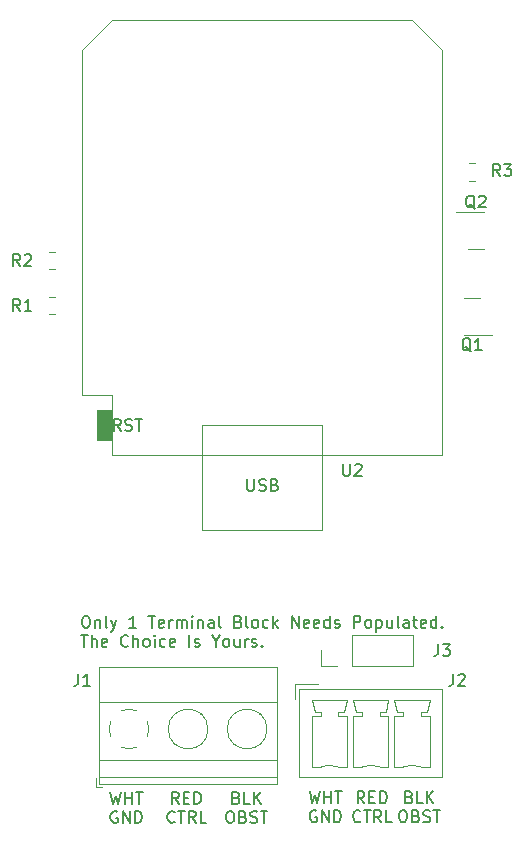
<source format=gto>
%TF.GenerationSoftware,KiCad,Pcbnew,7.0.7*%
%TF.CreationDate,2023-10-31T06:09:52-06:00*%
%TF.ProjectId,RatGDO-OpenSource-D1Mini-ESP32,52617447-444f-42d4-9f70-656e536f7572,rev?*%
%TF.SameCoordinates,Original*%
%TF.FileFunction,Legend,Top*%
%TF.FilePolarity,Positive*%
%FSLAX46Y46*%
G04 Gerber Fmt 4.6, Leading zero omitted, Abs format (unit mm)*
G04 Created by KiCad (PCBNEW 7.0.7) date 2023-10-31 06:09:52*
%MOMM*%
%LPD*%
G01*
G04 APERTURE LIST*
%ADD10C,0.150000*%
%ADD11C,0.120000*%
%ADD12C,0.100000*%
G04 APERTURE END LIST*
D10*
X153432253Y-124165210D02*
X153575110Y-124212829D01*
X153575110Y-124212829D02*
X153622729Y-124260448D01*
X153622729Y-124260448D02*
X153670348Y-124355686D01*
X153670348Y-124355686D02*
X153670348Y-124498543D01*
X153670348Y-124498543D02*
X153622729Y-124593781D01*
X153622729Y-124593781D02*
X153575110Y-124641401D01*
X153575110Y-124641401D02*
X153479872Y-124689020D01*
X153479872Y-124689020D02*
X153098920Y-124689020D01*
X153098920Y-124689020D02*
X153098920Y-123689020D01*
X153098920Y-123689020D02*
X153432253Y-123689020D01*
X153432253Y-123689020D02*
X153527491Y-123736639D01*
X153527491Y-123736639D02*
X153575110Y-123784258D01*
X153575110Y-123784258D02*
X153622729Y-123879496D01*
X153622729Y-123879496D02*
X153622729Y-123974734D01*
X153622729Y-123974734D02*
X153575110Y-124069972D01*
X153575110Y-124069972D02*
X153527491Y-124117591D01*
X153527491Y-124117591D02*
X153432253Y-124165210D01*
X153432253Y-124165210D02*
X153098920Y-124165210D01*
X154575110Y-124689020D02*
X154098920Y-124689020D01*
X154098920Y-124689020D02*
X154098920Y-123689020D01*
X154908444Y-124689020D02*
X154908444Y-123689020D01*
X155479872Y-124689020D02*
X155051301Y-124117591D01*
X155479872Y-123689020D02*
X154908444Y-124260448D01*
X152813206Y-125299020D02*
X153003682Y-125299020D01*
X153003682Y-125299020D02*
X153098920Y-125346639D01*
X153098920Y-125346639D02*
X153194158Y-125441877D01*
X153194158Y-125441877D02*
X153241777Y-125632353D01*
X153241777Y-125632353D02*
X153241777Y-125965686D01*
X153241777Y-125965686D02*
X153194158Y-126156162D01*
X153194158Y-126156162D02*
X153098920Y-126251401D01*
X153098920Y-126251401D02*
X153003682Y-126299020D01*
X153003682Y-126299020D02*
X152813206Y-126299020D01*
X152813206Y-126299020D02*
X152717968Y-126251401D01*
X152717968Y-126251401D02*
X152622730Y-126156162D01*
X152622730Y-126156162D02*
X152575111Y-125965686D01*
X152575111Y-125965686D02*
X152575111Y-125632353D01*
X152575111Y-125632353D02*
X152622730Y-125441877D01*
X152622730Y-125441877D02*
X152717968Y-125346639D01*
X152717968Y-125346639D02*
X152813206Y-125299020D01*
X154003682Y-125775210D02*
X154146539Y-125822829D01*
X154146539Y-125822829D02*
X154194158Y-125870448D01*
X154194158Y-125870448D02*
X154241777Y-125965686D01*
X154241777Y-125965686D02*
X154241777Y-126108543D01*
X154241777Y-126108543D02*
X154194158Y-126203781D01*
X154194158Y-126203781D02*
X154146539Y-126251401D01*
X154146539Y-126251401D02*
X154051301Y-126299020D01*
X154051301Y-126299020D02*
X153670349Y-126299020D01*
X153670349Y-126299020D02*
X153670349Y-125299020D01*
X153670349Y-125299020D02*
X154003682Y-125299020D01*
X154003682Y-125299020D02*
X154098920Y-125346639D01*
X154098920Y-125346639D02*
X154146539Y-125394258D01*
X154146539Y-125394258D02*
X154194158Y-125489496D01*
X154194158Y-125489496D02*
X154194158Y-125584734D01*
X154194158Y-125584734D02*
X154146539Y-125679972D01*
X154146539Y-125679972D02*
X154098920Y-125727591D01*
X154098920Y-125727591D02*
X154003682Y-125775210D01*
X154003682Y-125775210D02*
X153670349Y-125775210D01*
X154622730Y-126251401D02*
X154765587Y-126299020D01*
X154765587Y-126299020D02*
X155003682Y-126299020D01*
X155003682Y-126299020D02*
X155098920Y-126251401D01*
X155098920Y-126251401D02*
X155146539Y-126203781D01*
X155146539Y-126203781D02*
X155194158Y-126108543D01*
X155194158Y-126108543D02*
X155194158Y-126013305D01*
X155194158Y-126013305D02*
X155146539Y-125918067D01*
X155146539Y-125918067D02*
X155098920Y-125870448D01*
X155098920Y-125870448D02*
X155003682Y-125822829D01*
X155003682Y-125822829D02*
X154813206Y-125775210D01*
X154813206Y-125775210D02*
X154717968Y-125727591D01*
X154717968Y-125727591D02*
X154670349Y-125679972D01*
X154670349Y-125679972D02*
X154622730Y-125584734D01*
X154622730Y-125584734D02*
X154622730Y-125489496D01*
X154622730Y-125489496D02*
X154670349Y-125394258D01*
X154670349Y-125394258D02*
X154717968Y-125346639D01*
X154717968Y-125346639D02*
X154813206Y-125299020D01*
X154813206Y-125299020D02*
X155051301Y-125299020D01*
X155051301Y-125299020D02*
X155194158Y-125346639D01*
X155479873Y-125299020D02*
X156051301Y-125299020D01*
X155765587Y-126299020D02*
X155765587Y-125299020D01*
X133903245Y-124759655D02*
X133569912Y-124283464D01*
X133331817Y-124759655D02*
X133331817Y-123759655D01*
X133331817Y-123759655D02*
X133712769Y-123759655D01*
X133712769Y-123759655D02*
X133808007Y-123807274D01*
X133808007Y-123807274D02*
X133855626Y-123854893D01*
X133855626Y-123854893D02*
X133903245Y-123950131D01*
X133903245Y-123950131D02*
X133903245Y-124092988D01*
X133903245Y-124092988D02*
X133855626Y-124188226D01*
X133855626Y-124188226D02*
X133808007Y-124235845D01*
X133808007Y-124235845D02*
X133712769Y-124283464D01*
X133712769Y-124283464D02*
X133331817Y-124283464D01*
X134331817Y-124235845D02*
X134665150Y-124235845D01*
X134808007Y-124759655D02*
X134331817Y-124759655D01*
X134331817Y-124759655D02*
X134331817Y-123759655D01*
X134331817Y-123759655D02*
X134808007Y-123759655D01*
X135236579Y-124759655D02*
X135236579Y-123759655D01*
X135236579Y-123759655D02*
X135474674Y-123759655D01*
X135474674Y-123759655D02*
X135617531Y-123807274D01*
X135617531Y-123807274D02*
X135712769Y-123902512D01*
X135712769Y-123902512D02*
X135760388Y-123997750D01*
X135760388Y-123997750D02*
X135808007Y-124188226D01*
X135808007Y-124188226D02*
X135808007Y-124331083D01*
X135808007Y-124331083D02*
X135760388Y-124521559D01*
X135760388Y-124521559D02*
X135712769Y-124616797D01*
X135712769Y-124616797D02*
X135617531Y-124712036D01*
X135617531Y-124712036D02*
X135474674Y-124759655D01*
X135474674Y-124759655D02*
X135236579Y-124759655D01*
X133569912Y-126274416D02*
X133522293Y-126322036D01*
X133522293Y-126322036D02*
X133379436Y-126369655D01*
X133379436Y-126369655D02*
X133284198Y-126369655D01*
X133284198Y-126369655D02*
X133141341Y-126322036D01*
X133141341Y-126322036D02*
X133046103Y-126226797D01*
X133046103Y-126226797D02*
X132998484Y-126131559D01*
X132998484Y-126131559D02*
X132950865Y-125941083D01*
X132950865Y-125941083D02*
X132950865Y-125798226D01*
X132950865Y-125798226D02*
X132998484Y-125607750D01*
X132998484Y-125607750D02*
X133046103Y-125512512D01*
X133046103Y-125512512D02*
X133141341Y-125417274D01*
X133141341Y-125417274D02*
X133284198Y-125369655D01*
X133284198Y-125369655D02*
X133379436Y-125369655D01*
X133379436Y-125369655D02*
X133522293Y-125417274D01*
X133522293Y-125417274D02*
X133569912Y-125464893D01*
X133855627Y-125369655D02*
X134427055Y-125369655D01*
X134141341Y-126369655D02*
X134141341Y-125369655D01*
X135331817Y-126369655D02*
X134998484Y-125893464D01*
X134760389Y-126369655D02*
X134760389Y-125369655D01*
X134760389Y-125369655D02*
X135141341Y-125369655D01*
X135141341Y-125369655D02*
X135236579Y-125417274D01*
X135236579Y-125417274D02*
X135284198Y-125464893D01*
X135284198Y-125464893D02*
X135331817Y-125560131D01*
X135331817Y-125560131D02*
X135331817Y-125702988D01*
X135331817Y-125702988D02*
X135284198Y-125798226D01*
X135284198Y-125798226D02*
X135236579Y-125845845D01*
X135236579Y-125845845D02*
X135141341Y-125893464D01*
X135141341Y-125893464D02*
X134760389Y-125893464D01*
X136236579Y-126369655D02*
X135760389Y-126369655D01*
X135760389Y-126369655D02*
X135760389Y-125369655D01*
X149624538Y-124689020D02*
X149291205Y-124212829D01*
X149053110Y-124689020D02*
X149053110Y-123689020D01*
X149053110Y-123689020D02*
X149434062Y-123689020D01*
X149434062Y-123689020D02*
X149529300Y-123736639D01*
X149529300Y-123736639D02*
X149576919Y-123784258D01*
X149576919Y-123784258D02*
X149624538Y-123879496D01*
X149624538Y-123879496D02*
X149624538Y-124022353D01*
X149624538Y-124022353D02*
X149576919Y-124117591D01*
X149576919Y-124117591D02*
X149529300Y-124165210D01*
X149529300Y-124165210D02*
X149434062Y-124212829D01*
X149434062Y-124212829D02*
X149053110Y-124212829D01*
X150053110Y-124165210D02*
X150386443Y-124165210D01*
X150529300Y-124689020D02*
X150053110Y-124689020D01*
X150053110Y-124689020D02*
X150053110Y-123689020D01*
X150053110Y-123689020D02*
X150529300Y-123689020D01*
X150957872Y-124689020D02*
X150957872Y-123689020D01*
X150957872Y-123689020D02*
X151195967Y-123689020D01*
X151195967Y-123689020D02*
X151338824Y-123736639D01*
X151338824Y-123736639D02*
X151434062Y-123831877D01*
X151434062Y-123831877D02*
X151481681Y-123927115D01*
X151481681Y-123927115D02*
X151529300Y-124117591D01*
X151529300Y-124117591D02*
X151529300Y-124260448D01*
X151529300Y-124260448D02*
X151481681Y-124450924D01*
X151481681Y-124450924D02*
X151434062Y-124546162D01*
X151434062Y-124546162D02*
X151338824Y-124641401D01*
X151338824Y-124641401D02*
X151195967Y-124689020D01*
X151195967Y-124689020D02*
X150957872Y-124689020D01*
X149291205Y-126203781D02*
X149243586Y-126251401D01*
X149243586Y-126251401D02*
X149100729Y-126299020D01*
X149100729Y-126299020D02*
X149005491Y-126299020D01*
X149005491Y-126299020D02*
X148862634Y-126251401D01*
X148862634Y-126251401D02*
X148767396Y-126156162D01*
X148767396Y-126156162D02*
X148719777Y-126060924D01*
X148719777Y-126060924D02*
X148672158Y-125870448D01*
X148672158Y-125870448D02*
X148672158Y-125727591D01*
X148672158Y-125727591D02*
X148719777Y-125537115D01*
X148719777Y-125537115D02*
X148767396Y-125441877D01*
X148767396Y-125441877D02*
X148862634Y-125346639D01*
X148862634Y-125346639D02*
X149005491Y-125299020D01*
X149005491Y-125299020D02*
X149100729Y-125299020D01*
X149100729Y-125299020D02*
X149243586Y-125346639D01*
X149243586Y-125346639D02*
X149291205Y-125394258D01*
X149576920Y-125299020D02*
X150148348Y-125299020D01*
X149862634Y-126299020D02*
X149862634Y-125299020D01*
X151053110Y-126299020D02*
X150719777Y-125822829D01*
X150481682Y-126299020D02*
X150481682Y-125299020D01*
X150481682Y-125299020D02*
X150862634Y-125299020D01*
X150862634Y-125299020D02*
X150957872Y-125346639D01*
X150957872Y-125346639D02*
X151005491Y-125394258D01*
X151005491Y-125394258D02*
X151053110Y-125489496D01*
X151053110Y-125489496D02*
X151053110Y-125632353D01*
X151053110Y-125632353D02*
X151005491Y-125727591D01*
X151005491Y-125727591D02*
X150957872Y-125775210D01*
X150957872Y-125775210D02*
X150862634Y-125822829D01*
X150862634Y-125822829D02*
X150481682Y-125822829D01*
X151957872Y-126299020D02*
X151481682Y-126299020D01*
X151481682Y-126299020D02*
X151481682Y-125299020D01*
X128132770Y-123759655D02*
X128370865Y-124759655D01*
X128370865Y-124759655D02*
X128561341Y-124045369D01*
X128561341Y-124045369D02*
X128751817Y-124759655D01*
X128751817Y-124759655D02*
X128989913Y-123759655D01*
X129370865Y-124759655D02*
X129370865Y-123759655D01*
X129370865Y-124235845D02*
X129942293Y-124235845D01*
X129942293Y-124759655D02*
X129942293Y-123759655D01*
X130275627Y-123759655D02*
X130847055Y-123759655D01*
X130561341Y-124759655D02*
X130561341Y-123759655D01*
X128704198Y-125417274D02*
X128608960Y-125369655D01*
X128608960Y-125369655D02*
X128466103Y-125369655D01*
X128466103Y-125369655D02*
X128323246Y-125417274D01*
X128323246Y-125417274D02*
X128228008Y-125512512D01*
X128228008Y-125512512D02*
X128180389Y-125607750D01*
X128180389Y-125607750D02*
X128132770Y-125798226D01*
X128132770Y-125798226D02*
X128132770Y-125941083D01*
X128132770Y-125941083D02*
X128180389Y-126131559D01*
X128180389Y-126131559D02*
X128228008Y-126226797D01*
X128228008Y-126226797D02*
X128323246Y-126322036D01*
X128323246Y-126322036D02*
X128466103Y-126369655D01*
X128466103Y-126369655D02*
X128561341Y-126369655D01*
X128561341Y-126369655D02*
X128704198Y-126322036D01*
X128704198Y-126322036D02*
X128751817Y-126274416D01*
X128751817Y-126274416D02*
X128751817Y-125941083D01*
X128751817Y-125941083D02*
X128561341Y-125941083D01*
X129180389Y-126369655D02*
X129180389Y-125369655D01*
X129180389Y-125369655D02*
X129751817Y-126369655D01*
X129751817Y-126369655D02*
X129751817Y-125369655D01*
X130228008Y-126369655D02*
X130228008Y-125369655D01*
X130228008Y-125369655D02*
X130466103Y-125369655D01*
X130466103Y-125369655D02*
X130608960Y-125417274D01*
X130608960Y-125417274D02*
X130704198Y-125512512D01*
X130704198Y-125512512D02*
X130751817Y-125607750D01*
X130751817Y-125607750D02*
X130799436Y-125798226D01*
X130799436Y-125798226D02*
X130799436Y-125941083D01*
X130799436Y-125941083D02*
X130751817Y-126131559D01*
X130751817Y-126131559D02*
X130704198Y-126226797D01*
X130704198Y-126226797D02*
X130608960Y-126322036D01*
X130608960Y-126322036D02*
X130466103Y-126369655D01*
X130466103Y-126369655D02*
X130228008Y-126369655D01*
X125965124Y-108837979D02*
X126155600Y-108837979D01*
X126155600Y-108837979D02*
X126250838Y-108885598D01*
X126250838Y-108885598D02*
X126346076Y-108980836D01*
X126346076Y-108980836D02*
X126393695Y-109171312D01*
X126393695Y-109171312D02*
X126393695Y-109504645D01*
X126393695Y-109504645D02*
X126346076Y-109695121D01*
X126346076Y-109695121D02*
X126250838Y-109790360D01*
X126250838Y-109790360D02*
X126155600Y-109837979D01*
X126155600Y-109837979D02*
X125965124Y-109837979D01*
X125965124Y-109837979D02*
X125869886Y-109790360D01*
X125869886Y-109790360D02*
X125774648Y-109695121D01*
X125774648Y-109695121D02*
X125727029Y-109504645D01*
X125727029Y-109504645D02*
X125727029Y-109171312D01*
X125727029Y-109171312D02*
X125774648Y-108980836D01*
X125774648Y-108980836D02*
X125869886Y-108885598D01*
X125869886Y-108885598D02*
X125965124Y-108837979D01*
X126822267Y-109171312D02*
X126822267Y-109837979D01*
X126822267Y-109266550D02*
X126869886Y-109218931D01*
X126869886Y-109218931D02*
X126965124Y-109171312D01*
X126965124Y-109171312D02*
X127107981Y-109171312D01*
X127107981Y-109171312D02*
X127203219Y-109218931D01*
X127203219Y-109218931D02*
X127250838Y-109314169D01*
X127250838Y-109314169D02*
X127250838Y-109837979D01*
X127869886Y-109837979D02*
X127774648Y-109790360D01*
X127774648Y-109790360D02*
X127727029Y-109695121D01*
X127727029Y-109695121D02*
X127727029Y-108837979D01*
X128155601Y-109171312D02*
X128393696Y-109837979D01*
X128631791Y-109171312D02*
X128393696Y-109837979D01*
X128393696Y-109837979D02*
X128298458Y-110076074D01*
X128298458Y-110076074D02*
X128250839Y-110123693D01*
X128250839Y-110123693D02*
X128155601Y-110171312D01*
X130298458Y-109837979D02*
X129727030Y-109837979D01*
X130012744Y-109837979D02*
X130012744Y-108837979D01*
X130012744Y-108837979D02*
X129917506Y-108980836D01*
X129917506Y-108980836D02*
X129822268Y-109076074D01*
X129822268Y-109076074D02*
X129727030Y-109123693D01*
X131346078Y-108837979D02*
X131917506Y-108837979D01*
X131631792Y-109837979D02*
X131631792Y-108837979D01*
X132631792Y-109790360D02*
X132536554Y-109837979D01*
X132536554Y-109837979D02*
X132346078Y-109837979D01*
X132346078Y-109837979D02*
X132250840Y-109790360D01*
X132250840Y-109790360D02*
X132203221Y-109695121D01*
X132203221Y-109695121D02*
X132203221Y-109314169D01*
X132203221Y-109314169D02*
X132250840Y-109218931D01*
X132250840Y-109218931D02*
X132346078Y-109171312D01*
X132346078Y-109171312D02*
X132536554Y-109171312D01*
X132536554Y-109171312D02*
X132631792Y-109218931D01*
X132631792Y-109218931D02*
X132679411Y-109314169D01*
X132679411Y-109314169D02*
X132679411Y-109409407D01*
X132679411Y-109409407D02*
X132203221Y-109504645D01*
X133107983Y-109837979D02*
X133107983Y-109171312D01*
X133107983Y-109361788D02*
X133155602Y-109266550D01*
X133155602Y-109266550D02*
X133203221Y-109218931D01*
X133203221Y-109218931D02*
X133298459Y-109171312D01*
X133298459Y-109171312D02*
X133393697Y-109171312D01*
X133727031Y-109837979D02*
X133727031Y-109171312D01*
X133727031Y-109266550D02*
X133774650Y-109218931D01*
X133774650Y-109218931D02*
X133869888Y-109171312D01*
X133869888Y-109171312D02*
X134012745Y-109171312D01*
X134012745Y-109171312D02*
X134107983Y-109218931D01*
X134107983Y-109218931D02*
X134155602Y-109314169D01*
X134155602Y-109314169D02*
X134155602Y-109837979D01*
X134155602Y-109314169D02*
X134203221Y-109218931D01*
X134203221Y-109218931D02*
X134298459Y-109171312D01*
X134298459Y-109171312D02*
X134441316Y-109171312D01*
X134441316Y-109171312D02*
X134536555Y-109218931D01*
X134536555Y-109218931D02*
X134584174Y-109314169D01*
X134584174Y-109314169D02*
X134584174Y-109837979D01*
X135060364Y-109837979D02*
X135060364Y-109171312D01*
X135060364Y-108837979D02*
X135012745Y-108885598D01*
X135012745Y-108885598D02*
X135060364Y-108933217D01*
X135060364Y-108933217D02*
X135107983Y-108885598D01*
X135107983Y-108885598D02*
X135060364Y-108837979D01*
X135060364Y-108837979D02*
X135060364Y-108933217D01*
X135536554Y-109171312D02*
X135536554Y-109837979D01*
X135536554Y-109266550D02*
X135584173Y-109218931D01*
X135584173Y-109218931D02*
X135679411Y-109171312D01*
X135679411Y-109171312D02*
X135822268Y-109171312D01*
X135822268Y-109171312D02*
X135917506Y-109218931D01*
X135917506Y-109218931D02*
X135965125Y-109314169D01*
X135965125Y-109314169D02*
X135965125Y-109837979D01*
X136869887Y-109837979D02*
X136869887Y-109314169D01*
X136869887Y-109314169D02*
X136822268Y-109218931D01*
X136822268Y-109218931D02*
X136727030Y-109171312D01*
X136727030Y-109171312D02*
X136536554Y-109171312D01*
X136536554Y-109171312D02*
X136441316Y-109218931D01*
X136869887Y-109790360D02*
X136774649Y-109837979D01*
X136774649Y-109837979D02*
X136536554Y-109837979D01*
X136536554Y-109837979D02*
X136441316Y-109790360D01*
X136441316Y-109790360D02*
X136393697Y-109695121D01*
X136393697Y-109695121D02*
X136393697Y-109599883D01*
X136393697Y-109599883D02*
X136441316Y-109504645D01*
X136441316Y-109504645D02*
X136536554Y-109457026D01*
X136536554Y-109457026D02*
X136774649Y-109457026D01*
X136774649Y-109457026D02*
X136869887Y-109409407D01*
X137488935Y-109837979D02*
X137393697Y-109790360D01*
X137393697Y-109790360D02*
X137346078Y-109695121D01*
X137346078Y-109695121D02*
X137346078Y-108837979D01*
X138965126Y-109314169D02*
X139107983Y-109361788D01*
X139107983Y-109361788D02*
X139155602Y-109409407D01*
X139155602Y-109409407D02*
X139203221Y-109504645D01*
X139203221Y-109504645D02*
X139203221Y-109647502D01*
X139203221Y-109647502D02*
X139155602Y-109742740D01*
X139155602Y-109742740D02*
X139107983Y-109790360D01*
X139107983Y-109790360D02*
X139012745Y-109837979D01*
X139012745Y-109837979D02*
X138631793Y-109837979D01*
X138631793Y-109837979D02*
X138631793Y-108837979D01*
X138631793Y-108837979D02*
X138965126Y-108837979D01*
X138965126Y-108837979D02*
X139060364Y-108885598D01*
X139060364Y-108885598D02*
X139107983Y-108933217D01*
X139107983Y-108933217D02*
X139155602Y-109028455D01*
X139155602Y-109028455D02*
X139155602Y-109123693D01*
X139155602Y-109123693D02*
X139107983Y-109218931D01*
X139107983Y-109218931D02*
X139060364Y-109266550D01*
X139060364Y-109266550D02*
X138965126Y-109314169D01*
X138965126Y-109314169D02*
X138631793Y-109314169D01*
X139774650Y-109837979D02*
X139679412Y-109790360D01*
X139679412Y-109790360D02*
X139631793Y-109695121D01*
X139631793Y-109695121D02*
X139631793Y-108837979D01*
X140298460Y-109837979D02*
X140203222Y-109790360D01*
X140203222Y-109790360D02*
X140155603Y-109742740D01*
X140155603Y-109742740D02*
X140107984Y-109647502D01*
X140107984Y-109647502D02*
X140107984Y-109361788D01*
X140107984Y-109361788D02*
X140155603Y-109266550D01*
X140155603Y-109266550D02*
X140203222Y-109218931D01*
X140203222Y-109218931D02*
X140298460Y-109171312D01*
X140298460Y-109171312D02*
X140441317Y-109171312D01*
X140441317Y-109171312D02*
X140536555Y-109218931D01*
X140536555Y-109218931D02*
X140584174Y-109266550D01*
X140584174Y-109266550D02*
X140631793Y-109361788D01*
X140631793Y-109361788D02*
X140631793Y-109647502D01*
X140631793Y-109647502D02*
X140584174Y-109742740D01*
X140584174Y-109742740D02*
X140536555Y-109790360D01*
X140536555Y-109790360D02*
X140441317Y-109837979D01*
X140441317Y-109837979D02*
X140298460Y-109837979D01*
X141488936Y-109790360D02*
X141393698Y-109837979D01*
X141393698Y-109837979D02*
X141203222Y-109837979D01*
X141203222Y-109837979D02*
X141107984Y-109790360D01*
X141107984Y-109790360D02*
X141060365Y-109742740D01*
X141060365Y-109742740D02*
X141012746Y-109647502D01*
X141012746Y-109647502D02*
X141012746Y-109361788D01*
X141012746Y-109361788D02*
X141060365Y-109266550D01*
X141060365Y-109266550D02*
X141107984Y-109218931D01*
X141107984Y-109218931D02*
X141203222Y-109171312D01*
X141203222Y-109171312D02*
X141393698Y-109171312D01*
X141393698Y-109171312D02*
X141488936Y-109218931D01*
X141917508Y-109837979D02*
X141917508Y-108837979D01*
X142012746Y-109457026D02*
X142298460Y-109837979D01*
X142298460Y-109171312D02*
X141917508Y-109552264D01*
X143488937Y-109837979D02*
X143488937Y-108837979D01*
X143488937Y-108837979D02*
X144060365Y-109837979D01*
X144060365Y-109837979D02*
X144060365Y-108837979D01*
X144917508Y-109790360D02*
X144822270Y-109837979D01*
X144822270Y-109837979D02*
X144631794Y-109837979D01*
X144631794Y-109837979D02*
X144536556Y-109790360D01*
X144536556Y-109790360D02*
X144488937Y-109695121D01*
X144488937Y-109695121D02*
X144488937Y-109314169D01*
X144488937Y-109314169D02*
X144536556Y-109218931D01*
X144536556Y-109218931D02*
X144631794Y-109171312D01*
X144631794Y-109171312D02*
X144822270Y-109171312D01*
X144822270Y-109171312D02*
X144917508Y-109218931D01*
X144917508Y-109218931D02*
X144965127Y-109314169D01*
X144965127Y-109314169D02*
X144965127Y-109409407D01*
X144965127Y-109409407D02*
X144488937Y-109504645D01*
X145774651Y-109790360D02*
X145679413Y-109837979D01*
X145679413Y-109837979D02*
X145488937Y-109837979D01*
X145488937Y-109837979D02*
X145393699Y-109790360D01*
X145393699Y-109790360D02*
X145346080Y-109695121D01*
X145346080Y-109695121D02*
X145346080Y-109314169D01*
X145346080Y-109314169D02*
X145393699Y-109218931D01*
X145393699Y-109218931D02*
X145488937Y-109171312D01*
X145488937Y-109171312D02*
X145679413Y-109171312D01*
X145679413Y-109171312D02*
X145774651Y-109218931D01*
X145774651Y-109218931D02*
X145822270Y-109314169D01*
X145822270Y-109314169D02*
X145822270Y-109409407D01*
X145822270Y-109409407D02*
X145346080Y-109504645D01*
X146679413Y-109837979D02*
X146679413Y-108837979D01*
X146679413Y-109790360D02*
X146584175Y-109837979D01*
X146584175Y-109837979D02*
X146393699Y-109837979D01*
X146393699Y-109837979D02*
X146298461Y-109790360D01*
X146298461Y-109790360D02*
X146250842Y-109742740D01*
X146250842Y-109742740D02*
X146203223Y-109647502D01*
X146203223Y-109647502D02*
X146203223Y-109361788D01*
X146203223Y-109361788D02*
X146250842Y-109266550D01*
X146250842Y-109266550D02*
X146298461Y-109218931D01*
X146298461Y-109218931D02*
X146393699Y-109171312D01*
X146393699Y-109171312D02*
X146584175Y-109171312D01*
X146584175Y-109171312D02*
X146679413Y-109218931D01*
X147107985Y-109790360D02*
X147203223Y-109837979D01*
X147203223Y-109837979D02*
X147393699Y-109837979D01*
X147393699Y-109837979D02*
X147488937Y-109790360D01*
X147488937Y-109790360D02*
X147536556Y-109695121D01*
X147536556Y-109695121D02*
X147536556Y-109647502D01*
X147536556Y-109647502D02*
X147488937Y-109552264D01*
X147488937Y-109552264D02*
X147393699Y-109504645D01*
X147393699Y-109504645D02*
X147250842Y-109504645D01*
X147250842Y-109504645D02*
X147155604Y-109457026D01*
X147155604Y-109457026D02*
X147107985Y-109361788D01*
X147107985Y-109361788D02*
X147107985Y-109314169D01*
X147107985Y-109314169D02*
X147155604Y-109218931D01*
X147155604Y-109218931D02*
X147250842Y-109171312D01*
X147250842Y-109171312D02*
X147393699Y-109171312D01*
X147393699Y-109171312D02*
X147488937Y-109218931D01*
X148727033Y-109837979D02*
X148727033Y-108837979D01*
X148727033Y-108837979D02*
X149107985Y-108837979D01*
X149107985Y-108837979D02*
X149203223Y-108885598D01*
X149203223Y-108885598D02*
X149250842Y-108933217D01*
X149250842Y-108933217D02*
X149298461Y-109028455D01*
X149298461Y-109028455D02*
X149298461Y-109171312D01*
X149298461Y-109171312D02*
X149250842Y-109266550D01*
X149250842Y-109266550D02*
X149203223Y-109314169D01*
X149203223Y-109314169D02*
X149107985Y-109361788D01*
X149107985Y-109361788D02*
X148727033Y-109361788D01*
X149869890Y-109837979D02*
X149774652Y-109790360D01*
X149774652Y-109790360D02*
X149727033Y-109742740D01*
X149727033Y-109742740D02*
X149679414Y-109647502D01*
X149679414Y-109647502D02*
X149679414Y-109361788D01*
X149679414Y-109361788D02*
X149727033Y-109266550D01*
X149727033Y-109266550D02*
X149774652Y-109218931D01*
X149774652Y-109218931D02*
X149869890Y-109171312D01*
X149869890Y-109171312D02*
X150012747Y-109171312D01*
X150012747Y-109171312D02*
X150107985Y-109218931D01*
X150107985Y-109218931D02*
X150155604Y-109266550D01*
X150155604Y-109266550D02*
X150203223Y-109361788D01*
X150203223Y-109361788D02*
X150203223Y-109647502D01*
X150203223Y-109647502D02*
X150155604Y-109742740D01*
X150155604Y-109742740D02*
X150107985Y-109790360D01*
X150107985Y-109790360D02*
X150012747Y-109837979D01*
X150012747Y-109837979D02*
X149869890Y-109837979D01*
X150631795Y-109171312D02*
X150631795Y-110171312D01*
X150631795Y-109218931D02*
X150727033Y-109171312D01*
X150727033Y-109171312D02*
X150917509Y-109171312D01*
X150917509Y-109171312D02*
X151012747Y-109218931D01*
X151012747Y-109218931D02*
X151060366Y-109266550D01*
X151060366Y-109266550D02*
X151107985Y-109361788D01*
X151107985Y-109361788D02*
X151107985Y-109647502D01*
X151107985Y-109647502D02*
X151060366Y-109742740D01*
X151060366Y-109742740D02*
X151012747Y-109790360D01*
X151012747Y-109790360D02*
X150917509Y-109837979D01*
X150917509Y-109837979D02*
X150727033Y-109837979D01*
X150727033Y-109837979D02*
X150631795Y-109790360D01*
X151965128Y-109171312D02*
X151965128Y-109837979D01*
X151536557Y-109171312D02*
X151536557Y-109695121D01*
X151536557Y-109695121D02*
X151584176Y-109790360D01*
X151584176Y-109790360D02*
X151679414Y-109837979D01*
X151679414Y-109837979D02*
X151822271Y-109837979D01*
X151822271Y-109837979D02*
X151917509Y-109790360D01*
X151917509Y-109790360D02*
X151965128Y-109742740D01*
X152584176Y-109837979D02*
X152488938Y-109790360D01*
X152488938Y-109790360D02*
X152441319Y-109695121D01*
X152441319Y-109695121D02*
X152441319Y-108837979D01*
X153393700Y-109837979D02*
X153393700Y-109314169D01*
X153393700Y-109314169D02*
X153346081Y-109218931D01*
X153346081Y-109218931D02*
X153250843Y-109171312D01*
X153250843Y-109171312D02*
X153060367Y-109171312D01*
X153060367Y-109171312D02*
X152965129Y-109218931D01*
X153393700Y-109790360D02*
X153298462Y-109837979D01*
X153298462Y-109837979D02*
X153060367Y-109837979D01*
X153060367Y-109837979D02*
X152965129Y-109790360D01*
X152965129Y-109790360D02*
X152917510Y-109695121D01*
X152917510Y-109695121D02*
X152917510Y-109599883D01*
X152917510Y-109599883D02*
X152965129Y-109504645D01*
X152965129Y-109504645D02*
X153060367Y-109457026D01*
X153060367Y-109457026D02*
X153298462Y-109457026D01*
X153298462Y-109457026D02*
X153393700Y-109409407D01*
X153727034Y-109171312D02*
X154107986Y-109171312D01*
X153869891Y-108837979D02*
X153869891Y-109695121D01*
X153869891Y-109695121D02*
X153917510Y-109790360D01*
X153917510Y-109790360D02*
X154012748Y-109837979D01*
X154012748Y-109837979D02*
X154107986Y-109837979D01*
X154822272Y-109790360D02*
X154727034Y-109837979D01*
X154727034Y-109837979D02*
X154536558Y-109837979D01*
X154536558Y-109837979D02*
X154441320Y-109790360D01*
X154441320Y-109790360D02*
X154393701Y-109695121D01*
X154393701Y-109695121D02*
X154393701Y-109314169D01*
X154393701Y-109314169D02*
X154441320Y-109218931D01*
X154441320Y-109218931D02*
X154536558Y-109171312D01*
X154536558Y-109171312D02*
X154727034Y-109171312D01*
X154727034Y-109171312D02*
X154822272Y-109218931D01*
X154822272Y-109218931D02*
X154869891Y-109314169D01*
X154869891Y-109314169D02*
X154869891Y-109409407D01*
X154869891Y-109409407D02*
X154393701Y-109504645D01*
X155727034Y-109837979D02*
X155727034Y-108837979D01*
X155727034Y-109790360D02*
X155631796Y-109837979D01*
X155631796Y-109837979D02*
X155441320Y-109837979D01*
X155441320Y-109837979D02*
X155346082Y-109790360D01*
X155346082Y-109790360D02*
X155298463Y-109742740D01*
X155298463Y-109742740D02*
X155250844Y-109647502D01*
X155250844Y-109647502D02*
X155250844Y-109361788D01*
X155250844Y-109361788D02*
X155298463Y-109266550D01*
X155298463Y-109266550D02*
X155346082Y-109218931D01*
X155346082Y-109218931D02*
X155441320Y-109171312D01*
X155441320Y-109171312D02*
X155631796Y-109171312D01*
X155631796Y-109171312D02*
X155727034Y-109218931D01*
X156203225Y-109742740D02*
X156250844Y-109790360D01*
X156250844Y-109790360D02*
X156203225Y-109837979D01*
X156203225Y-109837979D02*
X156155606Y-109790360D01*
X156155606Y-109790360D02*
X156203225Y-109742740D01*
X156203225Y-109742740D02*
X156203225Y-109837979D01*
X125631791Y-110447979D02*
X126203219Y-110447979D01*
X125917505Y-111447979D02*
X125917505Y-110447979D01*
X126536553Y-111447979D02*
X126536553Y-110447979D01*
X126965124Y-111447979D02*
X126965124Y-110924169D01*
X126965124Y-110924169D02*
X126917505Y-110828931D01*
X126917505Y-110828931D02*
X126822267Y-110781312D01*
X126822267Y-110781312D02*
X126679410Y-110781312D01*
X126679410Y-110781312D02*
X126584172Y-110828931D01*
X126584172Y-110828931D02*
X126536553Y-110876550D01*
X127822267Y-111400360D02*
X127727029Y-111447979D01*
X127727029Y-111447979D02*
X127536553Y-111447979D01*
X127536553Y-111447979D02*
X127441315Y-111400360D01*
X127441315Y-111400360D02*
X127393696Y-111305121D01*
X127393696Y-111305121D02*
X127393696Y-110924169D01*
X127393696Y-110924169D02*
X127441315Y-110828931D01*
X127441315Y-110828931D02*
X127536553Y-110781312D01*
X127536553Y-110781312D02*
X127727029Y-110781312D01*
X127727029Y-110781312D02*
X127822267Y-110828931D01*
X127822267Y-110828931D02*
X127869886Y-110924169D01*
X127869886Y-110924169D02*
X127869886Y-111019407D01*
X127869886Y-111019407D02*
X127393696Y-111114645D01*
X129631791Y-111352740D02*
X129584172Y-111400360D01*
X129584172Y-111400360D02*
X129441315Y-111447979D01*
X129441315Y-111447979D02*
X129346077Y-111447979D01*
X129346077Y-111447979D02*
X129203220Y-111400360D01*
X129203220Y-111400360D02*
X129107982Y-111305121D01*
X129107982Y-111305121D02*
X129060363Y-111209883D01*
X129060363Y-111209883D02*
X129012744Y-111019407D01*
X129012744Y-111019407D02*
X129012744Y-110876550D01*
X129012744Y-110876550D02*
X129060363Y-110686074D01*
X129060363Y-110686074D02*
X129107982Y-110590836D01*
X129107982Y-110590836D02*
X129203220Y-110495598D01*
X129203220Y-110495598D02*
X129346077Y-110447979D01*
X129346077Y-110447979D02*
X129441315Y-110447979D01*
X129441315Y-110447979D02*
X129584172Y-110495598D01*
X129584172Y-110495598D02*
X129631791Y-110543217D01*
X130060363Y-111447979D02*
X130060363Y-110447979D01*
X130488934Y-111447979D02*
X130488934Y-110924169D01*
X130488934Y-110924169D02*
X130441315Y-110828931D01*
X130441315Y-110828931D02*
X130346077Y-110781312D01*
X130346077Y-110781312D02*
X130203220Y-110781312D01*
X130203220Y-110781312D02*
X130107982Y-110828931D01*
X130107982Y-110828931D02*
X130060363Y-110876550D01*
X131107982Y-111447979D02*
X131012744Y-111400360D01*
X131012744Y-111400360D02*
X130965125Y-111352740D01*
X130965125Y-111352740D02*
X130917506Y-111257502D01*
X130917506Y-111257502D02*
X130917506Y-110971788D01*
X130917506Y-110971788D02*
X130965125Y-110876550D01*
X130965125Y-110876550D02*
X131012744Y-110828931D01*
X131012744Y-110828931D02*
X131107982Y-110781312D01*
X131107982Y-110781312D02*
X131250839Y-110781312D01*
X131250839Y-110781312D02*
X131346077Y-110828931D01*
X131346077Y-110828931D02*
X131393696Y-110876550D01*
X131393696Y-110876550D02*
X131441315Y-110971788D01*
X131441315Y-110971788D02*
X131441315Y-111257502D01*
X131441315Y-111257502D02*
X131393696Y-111352740D01*
X131393696Y-111352740D02*
X131346077Y-111400360D01*
X131346077Y-111400360D02*
X131250839Y-111447979D01*
X131250839Y-111447979D02*
X131107982Y-111447979D01*
X131869887Y-111447979D02*
X131869887Y-110781312D01*
X131869887Y-110447979D02*
X131822268Y-110495598D01*
X131822268Y-110495598D02*
X131869887Y-110543217D01*
X131869887Y-110543217D02*
X131917506Y-110495598D01*
X131917506Y-110495598D02*
X131869887Y-110447979D01*
X131869887Y-110447979D02*
X131869887Y-110543217D01*
X132774648Y-111400360D02*
X132679410Y-111447979D01*
X132679410Y-111447979D02*
X132488934Y-111447979D01*
X132488934Y-111447979D02*
X132393696Y-111400360D01*
X132393696Y-111400360D02*
X132346077Y-111352740D01*
X132346077Y-111352740D02*
X132298458Y-111257502D01*
X132298458Y-111257502D02*
X132298458Y-110971788D01*
X132298458Y-110971788D02*
X132346077Y-110876550D01*
X132346077Y-110876550D02*
X132393696Y-110828931D01*
X132393696Y-110828931D02*
X132488934Y-110781312D01*
X132488934Y-110781312D02*
X132679410Y-110781312D01*
X132679410Y-110781312D02*
X132774648Y-110828931D01*
X133584172Y-111400360D02*
X133488934Y-111447979D01*
X133488934Y-111447979D02*
X133298458Y-111447979D01*
X133298458Y-111447979D02*
X133203220Y-111400360D01*
X133203220Y-111400360D02*
X133155601Y-111305121D01*
X133155601Y-111305121D02*
X133155601Y-110924169D01*
X133155601Y-110924169D02*
X133203220Y-110828931D01*
X133203220Y-110828931D02*
X133298458Y-110781312D01*
X133298458Y-110781312D02*
X133488934Y-110781312D01*
X133488934Y-110781312D02*
X133584172Y-110828931D01*
X133584172Y-110828931D02*
X133631791Y-110924169D01*
X133631791Y-110924169D02*
X133631791Y-111019407D01*
X133631791Y-111019407D02*
X133155601Y-111114645D01*
X134822268Y-111447979D02*
X134822268Y-110447979D01*
X135250839Y-111400360D02*
X135346077Y-111447979D01*
X135346077Y-111447979D02*
X135536553Y-111447979D01*
X135536553Y-111447979D02*
X135631791Y-111400360D01*
X135631791Y-111400360D02*
X135679410Y-111305121D01*
X135679410Y-111305121D02*
X135679410Y-111257502D01*
X135679410Y-111257502D02*
X135631791Y-111162264D01*
X135631791Y-111162264D02*
X135536553Y-111114645D01*
X135536553Y-111114645D02*
X135393696Y-111114645D01*
X135393696Y-111114645D02*
X135298458Y-111067026D01*
X135298458Y-111067026D02*
X135250839Y-110971788D01*
X135250839Y-110971788D02*
X135250839Y-110924169D01*
X135250839Y-110924169D02*
X135298458Y-110828931D01*
X135298458Y-110828931D02*
X135393696Y-110781312D01*
X135393696Y-110781312D02*
X135536553Y-110781312D01*
X135536553Y-110781312D02*
X135631791Y-110828931D01*
X137060363Y-110971788D02*
X137060363Y-111447979D01*
X136727030Y-110447979D02*
X137060363Y-110971788D01*
X137060363Y-110971788D02*
X137393696Y-110447979D01*
X137869887Y-111447979D02*
X137774649Y-111400360D01*
X137774649Y-111400360D02*
X137727030Y-111352740D01*
X137727030Y-111352740D02*
X137679411Y-111257502D01*
X137679411Y-111257502D02*
X137679411Y-110971788D01*
X137679411Y-110971788D02*
X137727030Y-110876550D01*
X137727030Y-110876550D02*
X137774649Y-110828931D01*
X137774649Y-110828931D02*
X137869887Y-110781312D01*
X137869887Y-110781312D02*
X138012744Y-110781312D01*
X138012744Y-110781312D02*
X138107982Y-110828931D01*
X138107982Y-110828931D02*
X138155601Y-110876550D01*
X138155601Y-110876550D02*
X138203220Y-110971788D01*
X138203220Y-110971788D02*
X138203220Y-111257502D01*
X138203220Y-111257502D02*
X138155601Y-111352740D01*
X138155601Y-111352740D02*
X138107982Y-111400360D01*
X138107982Y-111400360D02*
X138012744Y-111447979D01*
X138012744Y-111447979D02*
X137869887Y-111447979D01*
X139060363Y-110781312D02*
X139060363Y-111447979D01*
X138631792Y-110781312D02*
X138631792Y-111305121D01*
X138631792Y-111305121D02*
X138679411Y-111400360D01*
X138679411Y-111400360D02*
X138774649Y-111447979D01*
X138774649Y-111447979D02*
X138917506Y-111447979D01*
X138917506Y-111447979D02*
X139012744Y-111400360D01*
X139012744Y-111400360D02*
X139060363Y-111352740D01*
X139536554Y-111447979D02*
X139536554Y-110781312D01*
X139536554Y-110971788D02*
X139584173Y-110876550D01*
X139584173Y-110876550D02*
X139631792Y-110828931D01*
X139631792Y-110828931D02*
X139727030Y-110781312D01*
X139727030Y-110781312D02*
X139822268Y-110781312D01*
X140107983Y-111400360D02*
X140203221Y-111447979D01*
X140203221Y-111447979D02*
X140393697Y-111447979D01*
X140393697Y-111447979D02*
X140488935Y-111400360D01*
X140488935Y-111400360D02*
X140536554Y-111305121D01*
X140536554Y-111305121D02*
X140536554Y-111257502D01*
X140536554Y-111257502D02*
X140488935Y-111162264D01*
X140488935Y-111162264D02*
X140393697Y-111114645D01*
X140393697Y-111114645D02*
X140250840Y-111114645D01*
X140250840Y-111114645D02*
X140155602Y-111067026D01*
X140155602Y-111067026D02*
X140107983Y-110971788D01*
X140107983Y-110971788D02*
X140107983Y-110924169D01*
X140107983Y-110924169D02*
X140155602Y-110828931D01*
X140155602Y-110828931D02*
X140250840Y-110781312D01*
X140250840Y-110781312D02*
X140393697Y-110781312D01*
X140393697Y-110781312D02*
X140488935Y-110828931D01*
X140965126Y-111352740D02*
X141012745Y-111400360D01*
X141012745Y-111400360D02*
X140965126Y-111447979D01*
X140965126Y-111447979D02*
X140917507Y-111400360D01*
X140917507Y-111400360D02*
X140965126Y-111352740D01*
X140965126Y-111352740D02*
X140965126Y-111447979D01*
X138792769Y-124235845D02*
X138935626Y-124283464D01*
X138935626Y-124283464D02*
X138983245Y-124331083D01*
X138983245Y-124331083D02*
X139030864Y-124426321D01*
X139030864Y-124426321D02*
X139030864Y-124569178D01*
X139030864Y-124569178D02*
X138983245Y-124664416D01*
X138983245Y-124664416D02*
X138935626Y-124712036D01*
X138935626Y-124712036D02*
X138840388Y-124759655D01*
X138840388Y-124759655D02*
X138459436Y-124759655D01*
X138459436Y-124759655D02*
X138459436Y-123759655D01*
X138459436Y-123759655D02*
X138792769Y-123759655D01*
X138792769Y-123759655D02*
X138888007Y-123807274D01*
X138888007Y-123807274D02*
X138935626Y-123854893D01*
X138935626Y-123854893D02*
X138983245Y-123950131D01*
X138983245Y-123950131D02*
X138983245Y-124045369D01*
X138983245Y-124045369D02*
X138935626Y-124140607D01*
X138935626Y-124140607D02*
X138888007Y-124188226D01*
X138888007Y-124188226D02*
X138792769Y-124235845D01*
X138792769Y-124235845D02*
X138459436Y-124235845D01*
X139935626Y-124759655D02*
X139459436Y-124759655D01*
X139459436Y-124759655D02*
X139459436Y-123759655D01*
X140268960Y-124759655D02*
X140268960Y-123759655D01*
X140840388Y-124759655D02*
X140411817Y-124188226D01*
X140840388Y-123759655D02*
X140268960Y-124331083D01*
X138173722Y-125369655D02*
X138364198Y-125369655D01*
X138364198Y-125369655D02*
X138459436Y-125417274D01*
X138459436Y-125417274D02*
X138554674Y-125512512D01*
X138554674Y-125512512D02*
X138602293Y-125702988D01*
X138602293Y-125702988D02*
X138602293Y-126036321D01*
X138602293Y-126036321D02*
X138554674Y-126226797D01*
X138554674Y-126226797D02*
X138459436Y-126322036D01*
X138459436Y-126322036D02*
X138364198Y-126369655D01*
X138364198Y-126369655D02*
X138173722Y-126369655D01*
X138173722Y-126369655D02*
X138078484Y-126322036D01*
X138078484Y-126322036D02*
X137983246Y-126226797D01*
X137983246Y-126226797D02*
X137935627Y-126036321D01*
X137935627Y-126036321D02*
X137935627Y-125702988D01*
X137935627Y-125702988D02*
X137983246Y-125512512D01*
X137983246Y-125512512D02*
X138078484Y-125417274D01*
X138078484Y-125417274D02*
X138173722Y-125369655D01*
X139364198Y-125845845D02*
X139507055Y-125893464D01*
X139507055Y-125893464D02*
X139554674Y-125941083D01*
X139554674Y-125941083D02*
X139602293Y-126036321D01*
X139602293Y-126036321D02*
X139602293Y-126179178D01*
X139602293Y-126179178D02*
X139554674Y-126274416D01*
X139554674Y-126274416D02*
X139507055Y-126322036D01*
X139507055Y-126322036D02*
X139411817Y-126369655D01*
X139411817Y-126369655D02*
X139030865Y-126369655D01*
X139030865Y-126369655D02*
X139030865Y-125369655D01*
X139030865Y-125369655D02*
X139364198Y-125369655D01*
X139364198Y-125369655D02*
X139459436Y-125417274D01*
X139459436Y-125417274D02*
X139507055Y-125464893D01*
X139507055Y-125464893D02*
X139554674Y-125560131D01*
X139554674Y-125560131D02*
X139554674Y-125655369D01*
X139554674Y-125655369D02*
X139507055Y-125750607D01*
X139507055Y-125750607D02*
X139459436Y-125798226D01*
X139459436Y-125798226D02*
X139364198Y-125845845D01*
X139364198Y-125845845D02*
X139030865Y-125845845D01*
X139983246Y-126322036D02*
X140126103Y-126369655D01*
X140126103Y-126369655D02*
X140364198Y-126369655D01*
X140364198Y-126369655D02*
X140459436Y-126322036D01*
X140459436Y-126322036D02*
X140507055Y-126274416D01*
X140507055Y-126274416D02*
X140554674Y-126179178D01*
X140554674Y-126179178D02*
X140554674Y-126083940D01*
X140554674Y-126083940D02*
X140507055Y-125988702D01*
X140507055Y-125988702D02*
X140459436Y-125941083D01*
X140459436Y-125941083D02*
X140364198Y-125893464D01*
X140364198Y-125893464D02*
X140173722Y-125845845D01*
X140173722Y-125845845D02*
X140078484Y-125798226D01*
X140078484Y-125798226D02*
X140030865Y-125750607D01*
X140030865Y-125750607D02*
X139983246Y-125655369D01*
X139983246Y-125655369D02*
X139983246Y-125560131D01*
X139983246Y-125560131D02*
X140030865Y-125464893D01*
X140030865Y-125464893D02*
X140078484Y-125417274D01*
X140078484Y-125417274D02*
X140173722Y-125369655D01*
X140173722Y-125369655D02*
X140411817Y-125369655D01*
X140411817Y-125369655D02*
X140554674Y-125417274D01*
X140840389Y-125369655D02*
X141411817Y-125369655D01*
X141126103Y-126369655D02*
X141126103Y-125369655D01*
X144984043Y-123689020D02*
X145222138Y-124689020D01*
X145222138Y-124689020D02*
X145412614Y-123974734D01*
X145412614Y-123974734D02*
X145603090Y-124689020D01*
X145603090Y-124689020D02*
X145841186Y-123689020D01*
X146222138Y-124689020D02*
X146222138Y-123689020D01*
X146222138Y-124165210D02*
X146793566Y-124165210D01*
X146793566Y-124689020D02*
X146793566Y-123689020D01*
X147126900Y-123689020D02*
X147698328Y-123689020D01*
X147412614Y-124689020D02*
X147412614Y-123689020D01*
X145555471Y-125346639D02*
X145460233Y-125299020D01*
X145460233Y-125299020D02*
X145317376Y-125299020D01*
X145317376Y-125299020D02*
X145174519Y-125346639D01*
X145174519Y-125346639D02*
X145079281Y-125441877D01*
X145079281Y-125441877D02*
X145031662Y-125537115D01*
X145031662Y-125537115D02*
X144984043Y-125727591D01*
X144984043Y-125727591D02*
X144984043Y-125870448D01*
X144984043Y-125870448D02*
X145031662Y-126060924D01*
X145031662Y-126060924D02*
X145079281Y-126156162D01*
X145079281Y-126156162D02*
X145174519Y-126251401D01*
X145174519Y-126251401D02*
X145317376Y-126299020D01*
X145317376Y-126299020D02*
X145412614Y-126299020D01*
X145412614Y-126299020D02*
X145555471Y-126251401D01*
X145555471Y-126251401D02*
X145603090Y-126203781D01*
X145603090Y-126203781D02*
X145603090Y-125870448D01*
X145603090Y-125870448D02*
X145412614Y-125870448D01*
X146031662Y-126299020D02*
X146031662Y-125299020D01*
X146031662Y-125299020D02*
X146603090Y-126299020D01*
X146603090Y-126299020D02*
X146603090Y-125299020D01*
X147079281Y-126299020D02*
X147079281Y-125299020D01*
X147079281Y-125299020D02*
X147317376Y-125299020D01*
X147317376Y-125299020D02*
X147460233Y-125346639D01*
X147460233Y-125346639D02*
X147555471Y-125441877D01*
X147555471Y-125441877D02*
X147603090Y-125537115D01*
X147603090Y-125537115D02*
X147650709Y-125727591D01*
X147650709Y-125727591D02*
X147650709Y-125870448D01*
X147650709Y-125870448D02*
X147603090Y-126060924D01*
X147603090Y-126060924D02*
X147555471Y-126156162D01*
X147555471Y-126156162D02*
X147460233Y-126251401D01*
X147460233Y-126251401D02*
X147317376Y-126299020D01*
X147317376Y-126299020D02*
X147079281Y-126299020D01*
X161123333Y-71574819D02*
X160790000Y-71098628D01*
X160551905Y-71574819D02*
X160551905Y-70574819D01*
X160551905Y-70574819D02*
X160932857Y-70574819D01*
X160932857Y-70574819D02*
X161028095Y-70622438D01*
X161028095Y-70622438D02*
X161075714Y-70670057D01*
X161075714Y-70670057D02*
X161123333Y-70765295D01*
X161123333Y-70765295D02*
X161123333Y-70908152D01*
X161123333Y-70908152D02*
X161075714Y-71003390D01*
X161075714Y-71003390D02*
X161028095Y-71051009D01*
X161028095Y-71051009D02*
X160932857Y-71098628D01*
X160932857Y-71098628D02*
X160551905Y-71098628D01*
X161456667Y-70574819D02*
X162075714Y-70574819D01*
X162075714Y-70574819D02*
X161742381Y-70955771D01*
X161742381Y-70955771D02*
X161885238Y-70955771D01*
X161885238Y-70955771D02*
X161980476Y-71003390D01*
X161980476Y-71003390D02*
X162028095Y-71051009D01*
X162028095Y-71051009D02*
X162075714Y-71146247D01*
X162075714Y-71146247D02*
X162075714Y-71384342D01*
X162075714Y-71384342D02*
X162028095Y-71479580D01*
X162028095Y-71479580D02*
X161980476Y-71527200D01*
X161980476Y-71527200D02*
X161885238Y-71574819D01*
X161885238Y-71574819D02*
X161599524Y-71574819D01*
X161599524Y-71574819D02*
X161504286Y-71527200D01*
X161504286Y-71527200D02*
X161456667Y-71479580D01*
X155876666Y-111214819D02*
X155876666Y-111929104D01*
X155876666Y-111929104D02*
X155829047Y-112071961D01*
X155829047Y-112071961D02*
X155733809Y-112167200D01*
X155733809Y-112167200D02*
X155590952Y-112214819D01*
X155590952Y-112214819D02*
X155495714Y-112214819D01*
X156257619Y-111214819D02*
X156876666Y-111214819D01*
X156876666Y-111214819D02*
X156543333Y-111595771D01*
X156543333Y-111595771D02*
X156686190Y-111595771D01*
X156686190Y-111595771D02*
X156781428Y-111643390D01*
X156781428Y-111643390D02*
X156829047Y-111691009D01*
X156829047Y-111691009D02*
X156876666Y-111786247D01*
X156876666Y-111786247D02*
X156876666Y-112024342D01*
X156876666Y-112024342D02*
X156829047Y-112119580D01*
X156829047Y-112119580D02*
X156781428Y-112167200D01*
X156781428Y-112167200D02*
X156686190Y-112214819D01*
X156686190Y-112214819D02*
X156400476Y-112214819D01*
X156400476Y-112214819D02*
X156305238Y-112167200D01*
X156305238Y-112167200D02*
X156257619Y-112119580D01*
X158987261Y-74350057D02*
X158892023Y-74302438D01*
X158892023Y-74302438D02*
X158796785Y-74207200D01*
X158796785Y-74207200D02*
X158653928Y-74064342D01*
X158653928Y-74064342D02*
X158558690Y-74016723D01*
X158558690Y-74016723D02*
X158463452Y-74016723D01*
X158511071Y-74254819D02*
X158415833Y-74207200D01*
X158415833Y-74207200D02*
X158320595Y-74111961D01*
X158320595Y-74111961D02*
X158272976Y-73921485D01*
X158272976Y-73921485D02*
X158272976Y-73588152D01*
X158272976Y-73588152D02*
X158320595Y-73397676D01*
X158320595Y-73397676D02*
X158415833Y-73302438D01*
X158415833Y-73302438D02*
X158511071Y-73254819D01*
X158511071Y-73254819D02*
X158701547Y-73254819D01*
X158701547Y-73254819D02*
X158796785Y-73302438D01*
X158796785Y-73302438D02*
X158892023Y-73397676D01*
X158892023Y-73397676D02*
X158939642Y-73588152D01*
X158939642Y-73588152D02*
X158939642Y-73921485D01*
X158939642Y-73921485D02*
X158892023Y-74111961D01*
X158892023Y-74111961D02*
X158796785Y-74207200D01*
X158796785Y-74207200D02*
X158701547Y-74254819D01*
X158701547Y-74254819D02*
X158511071Y-74254819D01*
X159320595Y-73350057D02*
X159368214Y-73302438D01*
X159368214Y-73302438D02*
X159463452Y-73254819D01*
X159463452Y-73254819D02*
X159701547Y-73254819D01*
X159701547Y-73254819D02*
X159796785Y-73302438D01*
X159796785Y-73302438D02*
X159844404Y-73350057D01*
X159844404Y-73350057D02*
X159892023Y-73445295D01*
X159892023Y-73445295D02*
X159892023Y-73540533D01*
X159892023Y-73540533D02*
X159844404Y-73683390D01*
X159844404Y-73683390D02*
X159272976Y-74254819D01*
X159272976Y-74254819D02*
X159892023Y-74254819D01*
X147828095Y-95974819D02*
X147828095Y-96784342D01*
X147828095Y-96784342D02*
X147875714Y-96879580D01*
X147875714Y-96879580D02*
X147923333Y-96927200D01*
X147923333Y-96927200D02*
X148018571Y-96974819D01*
X148018571Y-96974819D02*
X148209047Y-96974819D01*
X148209047Y-96974819D02*
X148304285Y-96927200D01*
X148304285Y-96927200D02*
X148351904Y-96879580D01*
X148351904Y-96879580D02*
X148399523Y-96784342D01*
X148399523Y-96784342D02*
X148399523Y-95974819D01*
X148828095Y-96070057D02*
X148875714Y-96022438D01*
X148875714Y-96022438D02*
X148970952Y-95974819D01*
X148970952Y-95974819D02*
X149209047Y-95974819D01*
X149209047Y-95974819D02*
X149304285Y-96022438D01*
X149304285Y-96022438D02*
X149351904Y-96070057D01*
X149351904Y-96070057D02*
X149399523Y-96165295D01*
X149399523Y-96165295D02*
X149399523Y-96260533D01*
X149399523Y-96260533D02*
X149351904Y-96403390D01*
X149351904Y-96403390D02*
X148780476Y-96974819D01*
X148780476Y-96974819D02*
X149399523Y-96974819D01*
X139708095Y-97244819D02*
X139708095Y-98054342D01*
X139708095Y-98054342D02*
X139755714Y-98149580D01*
X139755714Y-98149580D02*
X139803333Y-98197200D01*
X139803333Y-98197200D02*
X139898571Y-98244819D01*
X139898571Y-98244819D02*
X140089047Y-98244819D01*
X140089047Y-98244819D02*
X140184285Y-98197200D01*
X140184285Y-98197200D02*
X140231904Y-98149580D01*
X140231904Y-98149580D02*
X140279523Y-98054342D01*
X140279523Y-98054342D02*
X140279523Y-97244819D01*
X140708095Y-98197200D02*
X140850952Y-98244819D01*
X140850952Y-98244819D02*
X141089047Y-98244819D01*
X141089047Y-98244819D02*
X141184285Y-98197200D01*
X141184285Y-98197200D02*
X141231904Y-98149580D01*
X141231904Y-98149580D02*
X141279523Y-98054342D01*
X141279523Y-98054342D02*
X141279523Y-97959104D01*
X141279523Y-97959104D02*
X141231904Y-97863866D01*
X141231904Y-97863866D02*
X141184285Y-97816247D01*
X141184285Y-97816247D02*
X141089047Y-97768628D01*
X141089047Y-97768628D02*
X140898571Y-97721009D01*
X140898571Y-97721009D02*
X140803333Y-97673390D01*
X140803333Y-97673390D02*
X140755714Y-97625771D01*
X140755714Y-97625771D02*
X140708095Y-97530533D01*
X140708095Y-97530533D02*
X140708095Y-97435295D01*
X140708095Y-97435295D02*
X140755714Y-97340057D01*
X140755714Y-97340057D02*
X140803333Y-97292438D01*
X140803333Y-97292438D02*
X140898571Y-97244819D01*
X140898571Y-97244819D02*
X141136666Y-97244819D01*
X141136666Y-97244819D02*
X141279523Y-97292438D01*
X142041428Y-97721009D02*
X142184285Y-97768628D01*
X142184285Y-97768628D02*
X142231904Y-97816247D01*
X142231904Y-97816247D02*
X142279523Y-97911485D01*
X142279523Y-97911485D02*
X142279523Y-98054342D01*
X142279523Y-98054342D02*
X142231904Y-98149580D01*
X142231904Y-98149580D02*
X142184285Y-98197200D01*
X142184285Y-98197200D02*
X142089047Y-98244819D01*
X142089047Y-98244819D02*
X141708095Y-98244819D01*
X141708095Y-98244819D02*
X141708095Y-97244819D01*
X141708095Y-97244819D02*
X142041428Y-97244819D01*
X142041428Y-97244819D02*
X142136666Y-97292438D01*
X142136666Y-97292438D02*
X142184285Y-97340057D01*
X142184285Y-97340057D02*
X142231904Y-97435295D01*
X142231904Y-97435295D02*
X142231904Y-97530533D01*
X142231904Y-97530533D02*
X142184285Y-97625771D01*
X142184285Y-97625771D02*
X142136666Y-97673390D01*
X142136666Y-97673390D02*
X142041428Y-97721009D01*
X142041428Y-97721009D02*
X141708095Y-97721009D01*
X128992380Y-93164819D02*
X128659047Y-92688628D01*
X128420952Y-93164819D02*
X128420952Y-92164819D01*
X128420952Y-92164819D02*
X128801904Y-92164819D01*
X128801904Y-92164819D02*
X128897142Y-92212438D01*
X128897142Y-92212438D02*
X128944761Y-92260057D01*
X128944761Y-92260057D02*
X128992380Y-92355295D01*
X128992380Y-92355295D02*
X128992380Y-92498152D01*
X128992380Y-92498152D02*
X128944761Y-92593390D01*
X128944761Y-92593390D02*
X128897142Y-92641009D01*
X128897142Y-92641009D02*
X128801904Y-92688628D01*
X128801904Y-92688628D02*
X128420952Y-92688628D01*
X129373333Y-93117200D02*
X129516190Y-93164819D01*
X129516190Y-93164819D02*
X129754285Y-93164819D01*
X129754285Y-93164819D02*
X129849523Y-93117200D01*
X129849523Y-93117200D02*
X129897142Y-93069580D01*
X129897142Y-93069580D02*
X129944761Y-92974342D01*
X129944761Y-92974342D02*
X129944761Y-92879104D01*
X129944761Y-92879104D02*
X129897142Y-92783866D01*
X129897142Y-92783866D02*
X129849523Y-92736247D01*
X129849523Y-92736247D02*
X129754285Y-92688628D01*
X129754285Y-92688628D02*
X129563809Y-92641009D01*
X129563809Y-92641009D02*
X129468571Y-92593390D01*
X129468571Y-92593390D02*
X129420952Y-92545771D01*
X129420952Y-92545771D02*
X129373333Y-92450533D01*
X129373333Y-92450533D02*
X129373333Y-92355295D01*
X129373333Y-92355295D02*
X129420952Y-92260057D01*
X129420952Y-92260057D02*
X129468571Y-92212438D01*
X129468571Y-92212438D02*
X129563809Y-92164819D01*
X129563809Y-92164819D02*
X129801904Y-92164819D01*
X129801904Y-92164819D02*
X129944761Y-92212438D01*
X130230476Y-92164819D02*
X130801904Y-92164819D01*
X130516190Y-93164819D02*
X130516190Y-92164819D01*
X158654761Y-86437557D02*
X158559523Y-86389938D01*
X158559523Y-86389938D02*
X158464285Y-86294700D01*
X158464285Y-86294700D02*
X158321428Y-86151842D01*
X158321428Y-86151842D02*
X158226190Y-86104223D01*
X158226190Y-86104223D02*
X158130952Y-86104223D01*
X158178571Y-86342319D02*
X158083333Y-86294700D01*
X158083333Y-86294700D02*
X157988095Y-86199461D01*
X157988095Y-86199461D02*
X157940476Y-86008985D01*
X157940476Y-86008985D02*
X157940476Y-85675652D01*
X157940476Y-85675652D02*
X157988095Y-85485176D01*
X157988095Y-85485176D02*
X158083333Y-85389938D01*
X158083333Y-85389938D02*
X158178571Y-85342319D01*
X158178571Y-85342319D02*
X158369047Y-85342319D01*
X158369047Y-85342319D02*
X158464285Y-85389938D01*
X158464285Y-85389938D02*
X158559523Y-85485176D01*
X158559523Y-85485176D02*
X158607142Y-85675652D01*
X158607142Y-85675652D02*
X158607142Y-86008985D01*
X158607142Y-86008985D02*
X158559523Y-86199461D01*
X158559523Y-86199461D02*
X158464285Y-86294700D01*
X158464285Y-86294700D02*
X158369047Y-86342319D01*
X158369047Y-86342319D02*
X158178571Y-86342319D01*
X159559523Y-86342319D02*
X158988095Y-86342319D01*
X159273809Y-86342319D02*
X159273809Y-85342319D01*
X159273809Y-85342319D02*
X159178571Y-85485176D01*
X159178571Y-85485176D02*
X159083333Y-85580414D01*
X159083333Y-85580414D02*
X158988095Y-85628033D01*
X157146666Y-113754819D02*
X157146666Y-114469104D01*
X157146666Y-114469104D02*
X157099047Y-114611961D01*
X157099047Y-114611961D02*
X157003809Y-114707200D01*
X157003809Y-114707200D02*
X156860952Y-114754819D01*
X156860952Y-114754819D02*
X156765714Y-114754819D01*
X157575238Y-113850057D02*
X157622857Y-113802438D01*
X157622857Y-113802438D02*
X157718095Y-113754819D01*
X157718095Y-113754819D02*
X157956190Y-113754819D01*
X157956190Y-113754819D02*
X158051428Y-113802438D01*
X158051428Y-113802438D02*
X158099047Y-113850057D01*
X158099047Y-113850057D02*
X158146666Y-113945295D01*
X158146666Y-113945295D02*
X158146666Y-114040533D01*
X158146666Y-114040533D02*
X158099047Y-114183390D01*
X158099047Y-114183390D02*
X157527619Y-114754819D01*
X157527619Y-114754819D02*
X158146666Y-114754819D01*
X125396666Y-113754819D02*
X125396666Y-114469104D01*
X125396666Y-114469104D02*
X125349047Y-114611961D01*
X125349047Y-114611961D02*
X125253809Y-114707200D01*
X125253809Y-114707200D02*
X125110952Y-114754819D01*
X125110952Y-114754819D02*
X125015714Y-114754819D01*
X126396666Y-114754819D02*
X125825238Y-114754819D01*
X126110952Y-114754819D02*
X126110952Y-113754819D01*
X126110952Y-113754819D02*
X126015714Y-113897676D01*
X126015714Y-113897676D02*
X125920476Y-113992914D01*
X125920476Y-113992914D02*
X125825238Y-114040533D01*
X120483333Y-79194819D02*
X120150000Y-78718628D01*
X119911905Y-79194819D02*
X119911905Y-78194819D01*
X119911905Y-78194819D02*
X120292857Y-78194819D01*
X120292857Y-78194819D02*
X120388095Y-78242438D01*
X120388095Y-78242438D02*
X120435714Y-78290057D01*
X120435714Y-78290057D02*
X120483333Y-78385295D01*
X120483333Y-78385295D02*
X120483333Y-78528152D01*
X120483333Y-78528152D02*
X120435714Y-78623390D01*
X120435714Y-78623390D02*
X120388095Y-78671009D01*
X120388095Y-78671009D02*
X120292857Y-78718628D01*
X120292857Y-78718628D02*
X119911905Y-78718628D01*
X120864286Y-78290057D02*
X120911905Y-78242438D01*
X120911905Y-78242438D02*
X121007143Y-78194819D01*
X121007143Y-78194819D02*
X121245238Y-78194819D01*
X121245238Y-78194819D02*
X121340476Y-78242438D01*
X121340476Y-78242438D02*
X121388095Y-78290057D01*
X121388095Y-78290057D02*
X121435714Y-78385295D01*
X121435714Y-78385295D02*
X121435714Y-78480533D01*
X121435714Y-78480533D02*
X121388095Y-78623390D01*
X121388095Y-78623390D02*
X120816667Y-79194819D01*
X120816667Y-79194819D02*
X121435714Y-79194819D01*
X120483333Y-83004819D02*
X120150000Y-82528628D01*
X119911905Y-83004819D02*
X119911905Y-82004819D01*
X119911905Y-82004819D02*
X120292857Y-82004819D01*
X120292857Y-82004819D02*
X120388095Y-82052438D01*
X120388095Y-82052438D02*
X120435714Y-82100057D01*
X120435714Y-82100057D02*
X120483333Y-82195295D01*
X120483333Y-82195295D02*
X120483333Y-82338152D01*
X120483333Y-82338152D02*
X120435714Y-82433390D01*
X120435714Y-82433390D02*
X120388095Y-82481009D01*
X120388095Y-82481009D02*
X120292857Y-82528628D01*
X120292857Y-82528628D02*
X119911905Y-82528628D01*
X121435714Y-83004819D02*
X120864286Y-83004819D01*
X121150000Y-83004819D02*
X121150000Y-82004819D01*
X121150000Y-82004819D02*
X121054762Y-82147676D01*
X121054762Y-82147676D02*
X120959524Y-82242914D01*
X120959524Y-82242914D02*
X120864286Y-82290533D01*
D11*
%TO.C,R3*%
X158977064Y-71999162D02*
X158522936Y-71999162D01*
X158977064Y-70529162D02*
X158522936Y-70529162D01*
%TO.C,J3*%
X145990000Y-113090000D02*
X145990000Y-111760000D01*
X147320000Y-113090000D02*
X145990000Y-113090000D01*
X148590000Y-113090000D02*
X153730000Y-113090000D01*
X148590000Y-113090000D02*
X148590000Y-110430000D01*
X153730000Y-113090000D02*
X153730000Y-110430000D01*
X148590000Y-110430000D02*
X153730000Y-110430000D01*
%TO.C,Q2*%
X159082500Y-74640000D02*
X157407500Y-74640000D01*
X159082500Y-74640000D02*
X159732500Y-74640000D01*
X159082500Y-77760000D02*
X158432500Y-77760000D01*
X159082500Y-77760000D02*
X159732500Y-77760000D01*
%TO.C,U2*%
X125730000Y-60960000D02*
X125730000Y-90170000D01*
X125730000Y-90170000D02*
X128270000Y-90170000D01*
X128270000Y-58420000D02*
X125730000Y-60960000D01*
X128270000Y-58420000D02*
X129540000Y-58420000D01*
X128270000Y-90170000D02*
X128270000Y-95250000D01*
X128270000Y-95250000D02*
X156210000Y-95250000D01*
X135890000Y-92710000D02*
X146050000Y-92710000D01*
X135890000Y-95250000D02*
X135890000Y-92710000D01*
X135890000Y-95250000D02*
X135890000Y-101600000D01*
X135890000Y-101600000D02*
X146050000Y-101600000D01*
X146050000Y-92710000D02*
X146050000Y-95250000D01*
X146050000Y-101600000D02*
X146050000Y-95250000D01*
X153670000Y-58420000D02*
X129540000Y-58420000D01*
X153670000Y-58420000D02*
X156210000Y-60960000D01*
X156210000Y-60960000D02*
X156210000Y-95250000D01*
D12*
X128270000Y-93980000D02*
X127000000Y-93980000D01*
X127000000Y-91440000D01*
X128270000Y-91440000D01*
X128270000Y-93980000D01*
G36*
X128270000Y-93980000D02*
G01*
X127000000Y-93980000D01*
X127000000Y-91440000D01*
X128270000Y-91440000D01*
X128270000Y-93980000D01*
G37*
D11*
%TO.C,Q1*%
X158750000Y-85047500D02*
X160425000Y-85047500D01*
X158750000Y-85047500D02*
X158100000Y-85047500D01*
X158750000Y-81927500D02*
X159400000Y-81927500D01*
X158750000Y-81927500D02*
X158100000Y-81927500D01*
%TO.C,J2*%
X143720000Y-114630000D02*
X145720000Y-114630000D01*
X143720000Y-115880000D02*
X143720000Y-114630000D01*
X144110000Y-115020000D02*
X144110000Y-122490000D01*
X144110000Y-122490000D02*
X156230000Y-122490000D01*
X145170000Y-115980000D02*
X148170000Y-115980000D01*
X145170000Y-117330000D02*
X145920000Y-117330000D01*
X145170000Y-121630000D02*
X145170000Y-117330000D01*
X145420000Y-116980000D02*
X145170000Y-115980000D01*
X145920000Y-116980000D02*
X145420000Y-116980000D01*
X145920000Y-117330000D02*
X145920000Y-116980000D01*
X145920000Y-121630000D02*
X145170000Y-121630000D01*
X147420000Y-116980000D02*
X147420000Y-117330000D01*
X147420000Y-117330000D02*
X148170000Y-117330000D01*
X147920000Y-116980000D02*
X147420000Y-116980000D01*
X148170000Y-115980000D02*
X147920000Y-116980000D01*
X148170000Y-117330000D02*
X148170000Y-121630000D01*
X148170000Y-121630000D02*
X147420000Y-121630000D01*
X148670000Y-115980000D02*
X151670000Y-115980000D01*
X148670000Y-117330000D02*
X149420000Y-117330000D01*
X148670000Y-121630000D02*
X148670000Y-117330000D01*
X148920000Y-116980000D02*
X148670000Y-115980000D01*
X149420000Y-116980000D02*
X148920000Y-116980000D01*
X149420000Y-117330000D02*
X149420000Y-116980000D01*
X149420000Y-121630000D02*
X148670000Y-121630000D01*
X150920000Y-116980000D02*
X150920000Y-117330000D01*
X150920000Y-117330000D02*
X151670000Y-117330000D01*
X151420000Y-116980000D02*
X150920000Y-116980000D01*
X151670000Y-115980000D02*
X151420000Y-116980000D01*
X151670000Y-117330000D02*
X151670000Y-121630000D01*
X151670000Y-121630000D02*
X150920000Y-121630000D01*
X152170000Y-115980000D02*
X155170000Y-115980000D01*
X152170000Y-117330000D02*
X152920000Y-117330000D01*
X152170000Y-121630000D02*
X152170000Y-117330000D01*
X152420000Y-116980000D02*
X152170000Y-115980000D01*
X152920000Y-116980000D02*
X152420000Y-116980000D01*
X152920000Y-117330000D02*
X152920000Y-116980000D01*
X152920000Y-121630000D02*
X152170000Y-121630000D01*
X154420000Y-116980000D02*
X154420000Y-117330000D01*
X154420000Y-117330000D02*
X155170000Y-117330000D01*
X154920000Y-116980000D02*
X154420000Y-116980000D01*
X155170000Y-115980000D02*
X154920000Y-116980000D01*
X155170000Y-117330000D02*
X155170000Y-121630000D01*
X155170000Y-121630000D02*
X154420000Y-121630000D01*
X156230000Y-115020000D02*
X144110000Y-115020000D01*
X156230000Y-122490000D02*
X156230000Y-115020000D01*
X147419647Y-121629845D02*
G75*
G03*
X145920000Y-121630000I-749647J-1700155D01*
G01*
X150919647Y-121629845D02*
G75*
G03*
X149420000Y-121630000I-749647J-1700155D01*
G01*
X154419647Y-121629845D02*
G75*
G03*
X152920000Y-121630000I-749647J-1700155D01*
G01*
%TO.C,J1*%
X126900000Y-122575000D02*
X126900000Y-123315000D01*
X126900000Y-123315000D02*
X127400000Y-123315000D01*
X127140000Y-113154000D02*
X127140000Y-123075000D01*
X127140000Y-113154000D02*
X142260000Y-113154000D01*
X127140000Y-116114000D02*
X142260000Y-116114000D01*
X127140000Y-121015000D02*
X142260000Y-121015000D01*
X127140000Y-122515000D02*
X142260000Y-122515000D01*
X127140000Y-123075000D02*
X142260000Y-123075000D01*
X133473000Y-119438000D02*
X133426000Y-119484000D01*
X133666000Y-119654000D02*
X133631000Y-119689000D01*
X135770000Y-117140000D02*
X135735000Y-117176000D01*
X135975000Y-117346000D02*
X135928000Y-117392000D01*
X138473000Y-119438000D02*
X138426000Y-119484000D01*
X138666000Y-119654000D02*
X138631000Y-119689000D01*
X140770000Y-117140000D02*
X140735000Y-117176000D01*
X140975000Y-117346000D02*
X140928000Y-117392000D01*
X142260000Y-113154000D02*
X142260000Y-123075000D01*
X128165001Y-117731001D02*
G75*
G03*
X128164574Y-119098042I1534992J-684000D01*
G01*
X130383999Y-116880001D02*
G75*
G03*
X129016958Y-116879574I-684000J-1534992D01*
G01*
X129016000Y-119949999D02*
G75*
G03*
X129728805Y-120095252I683999J1535000D01*
G01*
X129700000Y-120094999D02*
G75*
G03*
X130383318Y-119949755I0J1679999D01*
G01*
X131235000Y-119099000D02*
G75*
G03*
X131235426Y-117731958I-1535000J684000D01*
G01*
X136380000Y-118415000D02*
G75*
G03*
X136380000Y-118415000I-1680000J0D01*
G01*
X141380000Y-118415000D02*
G75*
G03*
X141380000Y-118415000I-1680000J0D01*
G01*
%TO.C,R2*%
X123417064Y-79475000D02*
X122962936Y-79475000D01*
X123417064Y-78005000D02*
X122962936Y-78005000D01*
%TO.C,R1*%
X122962936Y-81815000D02*
X123417064Y-81815000D01*
X122962936Y-83285000D02*
X123417064Y-83285000D01*
%TD*%
M02*

</source>
